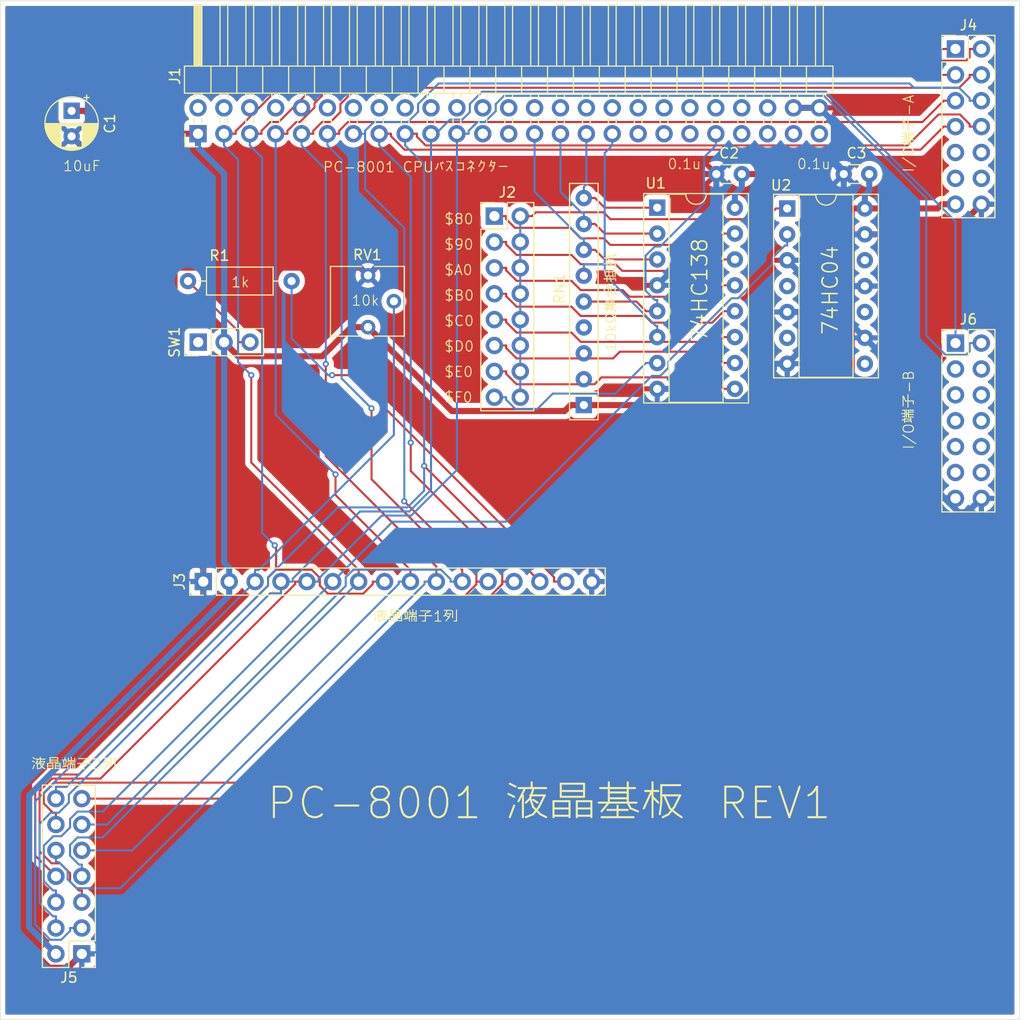
<source format=kicad_pcb>
(kicad_pcb (version 20221018) (generator pcbnew)
  (layers (0 "F.Cu" signal) (31 "B.Cu" signal) (34 "B.Paste" user) (35 "F.Paste" user) (36 "B.SilkS" user "B.Silkscreen") (37 "F.SilkS" user "F.Silkscreen") (38 "B.Mask" user) (39 "F.Mask" user) (44 "Edge.Cuts" user))
  (net 0 "")
  (net 1 "VCC")
  (net 2 "GND")
  (net 4 "/D0")
  (net 6 "/D1")
  (net 7 "/~{ROMDS0}")
  (net 8 "/D2")
  (net 9 "/~{ROMDS1}")
  (net 10 "/D3")
  (net 11 "/~{ROMDS2}")
  (net 12 "/D4")
  (net 13 "/~{ROMDS3}")
  (net 14 "/D5")
  (net 15 "/~{INT}")
  (net 16 "/D6")
  (net 17 "/~{NMI}")
  (net 18 "/D7")
  (net 19 "/~{EXTON}")
  (net 20 "/A0")
  (net 21 "/A8")
  (net 22 "/A1")
  (net 23 "/A9")
  (net 24 "/A2")
  (net 25 "/A10")
  (net 26 "/A3")
  (net 27 "/A11")
  (net 28 "/A4")
  (net 29 "/A12")
  (net 30 "/A5")
  (net 31 "/A13")
  (net 32 "/A6")
  (net 33 "/A14")
  (net 34 "/A7")
  (net 35 "/A15")
  (net 36 "/~{RD}")
  (net 37 "/~{RESET}")
  (net 38 "/~{WR}")
  (net 39 "/~{WAIT}")
  (net 40 "/~{MREQ}")
  (net 41 "/~{WE}")
  (net 42 "/~{IOREQ}")
  (net 43 "/~{MUX}")
  (net 44 "/~{RFSH}")
  (net 45 "/~{RAS0}")
  (net 46 "/~{M1}")
  (net 47 "/~{RAS1}")
  (net 48 "/SCLOCK")
  (net 49 "/CLK")
  (net 50 "/$80")
  (net 51 "/~{LCDSEL}")
  (net 52 "/$90")
  (net 53 "/$A0")
  (net 54 "/$B0")
  (net 55 "/$C0")
  (net 56 "/$D0")
  (net 57 "/$E0")
  (net 58 "/VEE")
  (net 59 "/LCDSEL")
  (net 60 "Net-(J3-Pin_15)")
  (net 61 "Net-(SW1-C)")
  (footprint "Resistor_THT:R_Array_SIP9" (layer "F.Cu") (at 157.25 89.675 90)
    (fp_text reference "RN1")
    (fp_text value "10k")
  )
  (footprint "Connector_PinHeader_2.54mm:PinHeader_1x03_P2.54mm_Vertical" (layer "F.Cu") (at 119.42 83.5 90)
    (fp_text reference "SW1")
    (fp_text value "LCD LIGHT SW")
  )
  (footprint "Capacitor_THT:C_Disc_D3.0mm_W1.6mm_P2.50mm" (layer "F.Cu") (at 182.75 67)
    (fp_text reference "C3")
    (fp_text value "0.1u")
  )
  (footprint "Potentiometer_THT:Potentiometer_Vishay_T73YP_Vertical" (layer "F.Cu") (at 136.075 82.025)
    (fp_text reference "RV1")
    (fp_text value "10k")
  )
  (footprint "Resistor_THT:R_Axial_DIN0207_L6.3mm_D2.5mm_P10.16mm_Horizontal" (layer "F.Cu") (at 118.42 77.5)
    (fp_text reference "R1")
    (fp_text value "1k")
  )
  (footprint "Capacitor_THT:C_Disc_D3.0mm_W1.6mm_P2.50mm" (layer "F.Cu") (at 170.25 67)
    (fp_text reference "C2")
    (fp_text value "0.1u")
  )
  (footprint "Capacitor_THT:CP_Radial_D5.0mm_P2.50mm" (layer "F.Cu") (at 107 60.7949 -90)
    (fp_text reference "C1")
    (fp_text value "10u")
  )
  (footprint "Connector_PinHeader_2.54mm:PinHeader_2x07_P2.54mm_Vertical" (layer "F.Cu") (at 193.71 54.72)
    (fp_text reference "J4")
    (fp_text value "外部I/O端子-1")
  )
  (footprint "Connector_PinHeader_2.54mm:PinHeader_2x08_P2.54mm_Vertical" (layer "F.Cu") (at 148.475 71.125)
    (fp_text reference "J2")
    (fp_text value "I/O ADDR JP")
  )
  (footprint "Package_DIP:DIP-16_W7.62mm_Socket" (layer "F.Cu") (at 164.45 70.3)
    (fp_text reference "U1")
    (fp_text value "74HC138")
  )
  (footprint "Connector_PinHeader_2.54mm:PinHeader_1x16_P2.54mm_Vertical" (layer "F.Cu") (at 119.92 107 90)
    (fp_text reference "J3")
    (fp_text value "LCD_1列端子")
  )
  (footprint "Connector_PinHeader_2.54mm:PinHeader_2x25_P2.54mm_Horizontal" (layer "F.Cu") (at 119.4 63.04 90)
    (fp_text reference "J1")
    (fp_text value "PC-8001 ext BUS")
  )
  (footprint "Connector_PinHeader_2.54mm:PinHeader_2x07_P2.54mm_Vertical" (layer "F.Cu") (at 193.71 83.59)
    (fp_text reference "J6")
    (fp_text value "外部I/O端子-2")
  )
  (footprint "Package_DIP:DIP-14_W7.62mm_Socket" (layer "F.Cu") (at 177.2 70.375)
    (fp_text reference "U2")
    (fp_text value "74HC04")
  )
  (footprint "Connector_PinHeader_2.54mm:PinHeader_2x07_P2.54mm_Vertical" (layer "F.Cu") (at 108 143.54 180)
    (fp_text reference "J5")
    (fp_text value "LCD-2列端子")
  )
  (gr_rect (start 100 50) (end 200 150) (stroke (width 0.05)) (fill none) (layer "Edge.Cuts"))
  (gr_text "I/O端子-A" (at 189.7 66.9 90) (layer "F.SilkS") (effects (font (size 1 1) (thickness 0.1)) (justify left bottom)))
  (gr_text "$E0" (at 143.5 87) (layer "F.SilkS") (effects (font (size 1 1) (thickness 0.1)) (justify left bottom)))
  (gr_text "10uF" (at 106.1 66.8) (layer "F.SilkS") (effects (font (size 1 1) (thickness 0.1)) (justify left bottom)))
  (gr_text "$A0" (at 143.5 77) (layer "F.SilkS") (effects (font (size 1 1) (thickness 0.1)) (justify left bottom)))
  (gr_text "$B0" (at 143.5 79.5) (layer "F.SilkS") (effects (font (size 1 1) (thickness 0.1)) (justify left bottom)))
  (gr_text "液晶端子1列" (at 136.5 111) (layer "F.SilkS") (effects (font (size 1 1) (thickness 0.1)) (justify left bottom)))
  (gr_text "$D0" (at 143.5 84.5) (layer "F.SilkS") (effects (font (size 1 1) (thickness 0.1)) (justify left bottom)))
  (gr_text "10kΩ集合抵抗" (at 160.5 84.5 90) (layer "F.SilkS") (effects (font (size 1 1) (thickness 0.1)) (justify left bottom)))
  (gr_text "0.1u" (at 178.1 66.6) (layer "F.SilkS") (effects (font (size 1 1) (thickness 0.1)) (justify left bottom)))
  (gr_text "$C0" (at 143.5 82) (layer "F.SilkS") (effects (font (size 1 1) (thickness 0.1)) (justify left bottom)))
  (gr_text "PC-8001 CPUバスコネクター" (at 131.6 66.9) (layer "F.SilkS") (effects (font (size 1 1) (thickness 0.1)) (justify left bottom)))
  (gr_text "0.1u" (at 165.4 66.6) (layer "F.SilkS") (effects (font (size 1 1) (thickness 0.1)) (justify left bottom)))
  (gr_text "$F0" (at 143.5 89.5) (layer "F.SilkS") (effects (font (size 1 1) (thickness 0.1)) (justify left bottom)))
  (gr_text "10k" (at 134.4 80) (layer "F.SilkS") (effects (font (size 1 1) (thickness 0.1)) (justify left bottom)))
  (gr_text "74HC04" (at 182.3 82.9 90) (layer "F.SilkS") (effects (font (size 1.5 1.5)) (justify left bottom)))
  (gr_text "1k" (at 122.6 78.2) (layer "F.SilkS") (effects (font (size 1 1) (thickness 0.1)) (justify left bottom)))
  (gr_text "液晶端子2列" (at 103 125.5) (layer "F.SilkS") (effects (font (size 1 1) (thickness 0.1)) (justify left bottom)))
  (gr_text "$80" (at 143.5 72) (layer "F.SilkS") (effects (font (size 1 1) (thickness 0.1)) (justify left bottom)))
  (gr_text "$90" (at 143.5 74.5) (layer "F.SilkS") (effects (font (size 1 1) (thickness 0.1)) (justify left bottom)))
  (gr_text "PC-8001 液晶基板　REV1" (at 126 130.5) (layer "F.SilkS") (effects (font (size 3 3) (thickness 0.2)) (justify left bottom)))
  (gr_text "I/O端子-B" (at 189.7 94.1 90) (layer "F.SilkS") (effects (font (size 1 1) (thickness 0.1)) (justify left bottom)))
  (gr_text "74HC138" (at 169.5 83.6 90) (layer "F.SilkS") (effects (font (size 1.5 1.5)) (justify left bottom)))
  (segment (start 157.25 89.675) (end 158.5501 89.675) (width 0.6) (layer "F.Cu") (net 1))
  (segment (start 180.1449 67) (end 172.75 67) (width 0.6) (layer "F.Cu") (net 1))
  (segment (start 157.25 89.675) (end 155.9499 89.675) (width 0.6) (layer "F.Cu") (net 1))
  (segment (start 192.3599 98.83) (end 192.3599 98.515) (width 0.6) (layer "F.Cu") (net 1))
  (segment (start 131.564 84.8864) (end 123.3464 84.8864) (width 0.6) (layer "F.Cu") (net 1))
  (segment (start 183.5199 70.375) (end 180.1449 67) (width 0.6) (layer "F.Cu") (net 1))
  (segment (start 107 60.7949) (end 108.3001 60.7949) (width 0.6) (layer "F.Cu") (net 1))
  (segment (start 134.4254 82.025) (end 131.564 84.8864) (width 0.6) (layer "F.Cu") (net 1))
  (segment (start 184.82 70.375) (end 183.5199 70.375) (width 0.6) (layer "F.Cu") (net 1))
  (segment (start 183.5199 89.675) (end 158.5501 89.675) (width 0.6) (layer "F.Cu") (net 1))
  (segment (start 136.075 82.025) (end 144.3083 90.2583) (width 0.6) (layer "F.Cu") (net 1))
  (segment (start 110.5452 63.04) (end 108.3001 60.7949) (width 0.6) (layer "F.Cu") (net 1))
  (segment (start 136.075 82.025) (end 134.4254 82.025) (width 0.6) (layer "F.Cu") (net 1))
  (segment (start 119.4 63.04) (end 110.5452 63.04) (width 0.6) (layer "F.Cu") (net 1))
  (segment (start 155.3666 90.2583) (end 155.9499 89.675) (width 0.6) (layer "F.Cu") (net 1))
  (segment (start 191.9449 70.375) (end 184.82 70.375) (width 0.6) (layer "F.Cu") (net 1))
  (segment (start 144.3083 90.2583) (end 155.3666 90.2583) (width 0.6) (layer "F.Cu") (net 1))
  (segment (start 183.5199 89.675) (end 183.5199 70.375) (width 0.6) (layer "F.Cu") (net 1))
  (segment (start 193.71 98.83) (end 192.3599 98.83) (width 0.6) (layer "F.Cu") (net 1))
  (segment (start 193.71 69.96) (end 192.3599 69.96) (width 0.6) (layer "F.Cu") (net 1))
  (segment (start 123.3464 84.8864) (end 121.96 83.5) (width 0.6) (layer "F.Cu") (net 1))
  (segment (start 192.3599 69.96) (end 191.9449 70.375) (width 0.6) (layer "F.Cu") (net 1))
  (segment (start 192.3599 98.515) (end 183.5199 89.675) (width 0.6) (layer "F.Cu") (net 1))
  (segment (start 102.8244 127.9857) (end 102.8244 140.9044) (width 0.6) (layer "B.Cu") (net 1))
  (segment (start 122.46 108.3501) (end 102.8244 127.9857) (width 0.6) (layer "B.Cu") (net 1))
  (segment (start 102.8244 140.9044) (end 105.46 143.54) (width 0.6) (layer "B.Cu") (net 1))
  (segment (start 148.475 88.905) (end 149.6251 88.905) (width 0.2) (layer "B.Cu") (net 1))
  (segment (start 154.2007 88.5465) (end 152.6577 90.0895) (width 0.2) (layer "B.Cu") (net 1))
  (segment (start 160.3434 88.5465) (end 154.2007 88.5465) (width 0.2) (layer "B.Cu") (net 1))
  (segment (start 172.75 68.3199) (end 172.75 67) (width 0.6) (layer "B.Cu") (net 1))
  (segment (start 121.96 105.1499) (end 122.46 105.6499) (width 0.6) (layer "B.Cu") (net 1))
  (segment (start 152.6577 90.0895) (end 150.5713 90.0895) (width 0.2) (layer "B.Cu") (net 1))
  (segment (start 121.96 83.5) (end 121.96 105.1499) (width 0.6) (layer "B.Cu") (net 1))
  (segment (start 185.25 68.6449) (end 185.25 67) (width 0.6) (layer "B.Cu") (net 1))
  (segment (start 149.6251 89.1433) (end 149.6251 88.905) (width 0.2) (layer "B.Cu") (net 1))
  (segment (start 119.4 64.3901) (end 121.96 66.9501) (width 0.6) (layer "B.Cu") (net 1))
  (segment (start 184.82 70.375) (end 184.82 69.0749) (width 0.6) (layer "B.Cu") (net 1))
  (segment (start 150.5713 90.0895) (end 149.6251 89.1433) (width 0.2) (layer "B.Cu") (net 1))
  (segment (start 172.07 68.9999) (end 172.75 68.3199) (width 0.6) (layer "B.Cu") (net 1))
  (segment (start 172.07 70.3) (end 172.07 68.9999) (width 0.6) (layer "B.Cu") (net 1))
  (segment (start 119.4 63.04) (end 119.4 64.3901) (width 0.6) (layer "B.Cu") (net 1))
  (segment (start 122.46 106.6879) (end 122.46 105.6499) (width 0.6) (layer "B.Cu") (net 1))
  (segment (start 122.46 107) (end 122.46 108.3501) (width 0.6) (layer "B.Cu") (net 1))
  (segment (start 121.96 66.9501) (end 121.96 83.5) (width 0.6) (layer "B.Cu") (net 1))
  (segment (start 122.46 106.6879) (end 122.46 107) (width 0.6) (layer "B.Cu") (net 1))
  (segment (start 184.82 69.0749) (end 185.25 68.6449) (width 0.6) (layer "B.Cu") (net 1))
  (segment (start 163.3499 85.54) (end 160.3434 88.5465) (width 0.2) (layer "B.Cu") (net 1))
  (segment (start 164.45 85.54) (end 163.3499 85.54) (width 0.2) (layer "B.Cu") (net 1))
  (segment (start 102.8316 142.9335) (end 104.8061 144.908) (width 0.6) (layer "F.Cu") (net 2))
  (segment (start 106.632 144.908) (end 108 143.54) (width 0.6) (layer "F.Cu") (net 2))
  (segment (start 136.075 76.945) (end 146.02 67) (width 0.6) (layer "F.Cu") (net 2))
  (segment (start 102.8316 125.4385) (end 102.8316 142.9335) (width 0.6) (layer "F.Cu") (net 2))
  (segment (start 119.92 108.3501) (end 102.8316 125.4385) (width 0.6) (layer "F.Cu") (net 2))
  (segment (start 136.075 76.945) (end 135.3123 76.1823) (width 0.6) (layer "F.Cu") (net 2))
  (segment (start 184.82 72.915) (end 193.295 72.915) (width 0.6) (layer "F.Cu") (net 2))
  (segment (start 117.0937 73.3886) (end 107 63.2949) (width 0.6) (layer "F.Cu") (net 2))
  (segment (start 135.3123 76.1823) (end 117.0937 76.1823) (width 0.6) (layer "F.Cu") (net 2))
  (segment (start 117.0937 76.1823) (end 117.0937 73.3886) (width 0.6) (layer "F.Cu") (net 2))
  (segment (start 146.02 67) (end 170.25 67) (width 0.6) (layer "F.Cu") (net 2))
  (segment (start 119.92 107) (end 119.92 108.3501) (width 0.6) (layer "F.Cu") (net 2))
  (segment (start 117.0937 102.8236) (end 117.0937 76.1823) (width 0.6) (layer "F.Cu") (net 2))
  (segment (start 104.8061 144.908) (end 106.632 144.908) (width 0.6) (layer "F.Cu") (net 2))
  (segment (start 119.92 105.6499) (end 117.0937 102.8236) (width 0.6) (layer "F.Cu") (net 2))
  (segment (start 193.295 72.915) (end 196.25 69.96) (width 0.6) (layer "F.Cu") (net 2))
  (segment (start 119.92 107) (end 119.92 105.6499) (width 0.6) (layer "F.Cu") (net 2))
  (segment (start 177.82 60.5) (end 180.36 60.5) (width 0.6) (layer "F.Cu") (net 2))
  (segment (start 178.5001 80.535) (end 178.5001 84.3149) (width 0.6) (layer "B.Cu") (net 2))
  (segment (start 181.7791 61.9191) (end 181.7791 65.6944) (width 0.6) (layer "B.Cu") (net 2))
  (segment (start 182.75 72.1451) (end 183.5199 72.915) (width 0.6) (layer "B.Cu") (net 2))
  (segment (start 175.8999 86.1025) (end 172.6222 89.3802) (width 0.6) (layer "B.Cu") (net 2))
  (segment (start 167.0503 89.3802) (end 165.7501 88.08) (width 0.6) (layer "B.Cu") (net 2))
  (segment (start 194.0096 100.1877) (end 194.8923 100.1877) (width 0.6) (layer "B.Cu") (net 2))
  (segment (start 182.75 66.6653) (end 182.75 67) (width 0.6) (layer "B.Cu") (net 2))
  (segment (start 177.2 80.535) (end 178.5001 80.535) (width 0.6) (layer "B.Cu") (net 2))
  (segment (start 178.5606 76.8156) (end 177.2 75.455) (width 0.6) (layer "B.Cu") (net 2))
  (segment (start 179.1503 79.8848) (end 179.1503 79.8849) (width 0.6) (layer "B.Cu") (net 2))
  (segment (start 182.75 67) (end 182.75 72.1451) (width 0.6) (layer "B.Cu") (net 2))
  (segment (start 181.7791 65.6944) (end 171.5556 65.6944) (width 0.6) (layer "B.Cu") (net 2))
  (segment (start 183.5199 77.995) (end 183.5199 79.8849) (width 0.6) (layer "B.Cu") (net 2))
  (segment (start 179.1503 79.8848) (end 178.5606 79.2952) (width 0.6) (layer "B.Cu") (net 2))
  (segment (start 179.1503 79.8849) (end 183.5199 79.8849) (width 0.6) (layer "B.Cu") (net 2))
  (segment (start 190.9899 89.2449) (end 190.9899 97.168) (width 0.6) (layer "B.Cu") (net 2))
  (segment (start 180.36 60.5) (end 181.7791 61.9191) (width 0.6) (layer "B.Cu") (net 2))
  (segment (start 184.82 83.075) (end 190.9899 89.2449) (width 0.6) (layer "B.Cu") (net 2))
  (segment (start 167.0503 96.6196) (end 167.0503 89.3802) (width 0.6) (layer "B.Cu") (net 2))
  (segment (start 170.25 72.12) (end 164.45 77.92) (width 0.6) (layer "B.Cu") (net 2))
  (segment (start 183.5199 81.7749) (end 184.82 83.075) (width 0.6) (layer "B.Cu") (net 2))
  (segment (start 164.45 88.08) (end 165.7501 88.08) (width 0.6) (layer "B.Cu") (net 2))
  (segment (start 181.7791 65.6944) (end 182.75 66.6653) (width 0.6) (layer "B.Cu") (net 2))
  (segment (start 177.2 85.615) (end 175.8999 85.615) (width 0.6) (layer "B.Cu") (net 2))
  (segment (start 184.82 72.915) (end 183.5199 72.915) (width 0.6) (layer "B.Cu") (net 2))
  (segment (start 170.25 67) (end 170.25 72.12) (width 0.6) (layer "B.Cu") (net 2))
  (segment (start 178.5606 79.2952) (end 178.5606 76.8156) (width 0.6) (layer "B.Cu") (net 2))
  (segment (start 194.8923 100.1877) (end 196.25 98.83) (width 0.6) (layer "B.Cu") (net 2))
  (segment (start 158.02 107) (end 158.02 105.6499) (width 0.6) (layer "B.Cu") (net 2))
  (segment (start 179.1503 79.8848) (end 178.5001 80.535) (width 0.6) (layer "B.Cu") (net 2))
  (segment (start 175.8999 85.615) (end 175.8999 86.1025) (width 0.6) (layer "B.Cu") (net 2))
  (segment (start 158.02 105.6499) (end 167.0503 96.6196) (width 0.6) (layer "B.Cu") (net 2))
  (segment (start 184.82 77.995) (end 183.5199 77.995) (width 0.6) (layer "B.Cu") (net 2))
  (segment (start 171.5556 65.6944) (end 170.25 67) (width 0.6) (layer "B.Cu") (net 2))
  (segment (start 172.6222 89.3802) (end 167.0503 89.3802) (width 0.6) (layer "B.Cu") (net 2))
  (segment (start 190.9899 97.168) (end 194.0096 100.1877) (width 0.6) (layer "B.Cu") (net 2))
  (segment (start 183.5199 72.915) (end 183.5199 77.995) (width 0.6) (layer "B.Cu") (net 2))
  (segment (start 183.5199 79.8849) (end 183.5199 81.7749) (width 0.6) (layer "B.Cu") (net 2))
  (segment (start 178.5001 84.3149) (end 177.2 85.615) (width 0.6) (layer "B.Cu") (net 2))
  (segment (start 121.94 63.04) (end 123.0901 63.04) (width 0.2) (layer "F.Cu") (net 4))
  (segment (start 123.0901 63.04) (end 123.0901 62.794) (width 0.2) (layer "F.Cu") (net 4))
  (segment (start 124.6233 95.3132) (end 124.6233 86.7373) (width 0.2) (layer "F.Cu") (net 4))
  (segment (start 123.0901 62.794) (end 131.1641 54.72) (width 0.2) (layer "F.Cu") (net 4))
  (segment (start 131.1641 54.72) (end 193.71 54.72) (width 0.2) (layer "F.Cu") (net 4))
  (segment (start 135.16 105.8499) (end 124.6233 95.3132) (width 0.2) (layer "F.Cu") (net 4))
  (segment (start 135.16 107) (end 135.16 105.8499) (width 0.2) (layer "F.Cu") (net 4))
  (via (at 124.6233 86.7373) (size 0.6) (drill 0.3) (layers "F.Cu" "B.Cu") (net 4))
  (segment (start 121.94 63.04) (end 121.94 64.1901) (width 0.2) (layer "B.Cu") (net 4))
  (segment (start 106.8498 132.8418) (end 107.5816 132.11) (width 0.2) (layer "B.Cu") (net 4))
  (segment (start 110.05 132.11) (end 135.16 107) (width 0.2) (layer "B.Cu") (net 4))
  (segment (start 124.6233 86.7373) (end 123.3298 85.4438) (width 0.2) (layer "B.Cu") (net 4))
  (segment (start 108 135.92) (end 108 134.7699) (width 0.2) (layer "B.Cu") (net 4))
  (segment (start 108 134.7699) (end 107.7125 134.7699) (width 0.2) (layer "B.Cu") (net 4))
  (segment (start 123.3298 65.5799) (end 121.94 64.1901) (width 0.2) (layer "B.Cu") (net 4))
  (segment (start 106.8498 133.9072) (end 106.8498 132.8418) (width 0.2) (layer "B.Cu") (net 4))
  (segment (start 123.3298 85.4438) (end 123.3298 65.5799) (width 0.2) (layer "B.Cu") (net 4))
  (segment (start 107.5816 132.11) (end 110.05 132.11) (width 0.2) (layer "B.Cu") (net 4))
  (segment (start 107.7125 134.7699) (end 106.8498 133.9072) (width 0.2) (layer "B.Cu") (net 4))
  (segment (start 107.7322 125.9319) (end 126.27 107.3941) (width 0.2) (layer "F.Cu") (net 6))
  (segment (start 104.9119 125.9319) (end 107.7322 125.9319) (width 0.2) (layer "F.Cu") (net 6))
  (segment (start 126.9257 103.4482) (end 127.0594 103.5819) (width 0.2) (layer "F.Cu") (net 6))
  (segment (start 103.4318 133.8918) (end 103.4318 127.412) (width 0.2) (layer "F.Cu") (net 6))
  (segment (start 132.136 108.183) (end 135.6052 108.183) (width 0.2) (layer "F.Cu") (net 6))
  (segment (start 135.6052 108.183) (end 136.5499 107.2383) (width 0.2) (layer "F.Cu") (net 6))
  (segment (start 131.35 106.6295) (end 131.35 107.397) (width 0.2) (layer "F.Cu") (net 6))
  (segment (start 103.4318 127.412) (end 104.9119 125.9319) (width 0.2) (layer "F.Cu") (net 6))
  (segment (start 105.46 135.92) (end 103.4318 133.8918) (width 0.2) (layer "F.Cu") (net 6))
  (segment (start 196.25 54.72) (end 195.0999 54.72) (width 0.2) (layer "F.Cu") (net 6))
  (segment (start 136.5499 107.2383) (end 136.5499 107) (width 0.2) (layer "F.Cu") (net 6))
  (segment (start 126.27 107.3941) (end 126.27 106.6219) (width 0.2) (layer "F.Cu") (net 6))
  (segment (start 133.3382 55.8702) (end 194.763 55.8702) (width 0.2) (layer "F.Cu") (net 6))
  (segment (start 124.48 63.04) (end 125.6301 63.04) (width 0.2) (layer "F.Cu") (net 6))
  (segment (start 125.6301 62.7524) (end 126.4926 61.8899) (width 0.2) (layer "F.Cu") (net 6))
  (segment (start 127.0594 103.5819) (end 127.0594 105.8325) (width 0.2) (layer "F.Cu") (net 6))
  (segment (start 195.0999 55.5333) (end 195.0999 54.72) (width 0.2) (layer "F.Cu") (net 6))
  (segment (start 194.763 55.8702) (end 195.0999 55.5333) (width 0.2) (layer "F.Cu") (net 6))
  (segment (start 125.6301 63.04) (end 125.6301 62.7524) (width 0.2) (layer "F.Cu") (net 6))
  (segment (start 126.4926 61.8899) (end 127.3185 61.8899) (width 0.2) (layer "F.Cu") (net 6))
  (segment (start 126.27 106.6219) (end 127.0594 105.8325) (width 0.2) (layer "F.Cu") (net 6))
  (segment (start 127.3185 61.8899) (end 133.3382 55.8702) (width 0.2) (layer "F.Cu") (net 6))
  (segment (start 131.35 107.397) (end 132.136 108.183) (width 0.2) (layer "F.Cu") (net 6))
  (segment (start 130.553 105.8325) (end 131.35 106.6295) (width 0.2) (layer "F.Cu") (net 6))
  (segment (start 127.0594 105.8325) (end 130.553 105.8325) (width 0.2) (layer "F.Cu") (net 6))
  (segment (start 137.7 107) (end 136.5499 107) (width 0.2) (layer "F.Cu") (net 6))
  (via (at 126.9257 103.4482) (size 0.6) (drill 0.3) (layers "F.Cu" "B.Cu") (net 6))
  (segment (start 124.48 63.04) (end 124.48 64.1901) (width 0.2) (layer "B.Cu") (net 6))
  (segment (start 125.689 65.3991) (end 125.689 102.2115) (width 0.2) (layer "B.Cu") (net 6))
  (segment (start 124.48 64.1901) (end 125.689 65.3991) (width 0.2) (layer "B.Cu") (net 6))
  (segment (start 125.689 102.2115) (end 126.9257 103.4482) (width 0.2) (layer "B.Cu") (net 6))
  (segment (start 130.83 60.0441) (end 133.6141 57.26) (width 0.2) (layer "F.Cu") (net 8))
  (segment (start 140.24 107) (end 140.24 105.8499) (width 0.2) (layer "F.Cu") (net 8))
  (segment (start 130.83 60.4609) (end 130.83 60.0441) (width 0.2) (layer "F.Cu") (net 8))
  (segment (start 129.401 61.8899) (end 130.83 60.4609) (width 0.2) (layer "F.Cu") (net 8))
  (segment (start 128.1701 62.7524) (end 129.0326 61.8899) (width 0.2) (layer "F.Cu") (net 8))
  (segment (start 128.1701 63.04) (end 128.1701 62.7524) (width 0.2) (layer "F.Cu") (net 8))
  (segment (start 129.0326 61.8899) (end 129.401 61.8899) (width 0.2) (layer "F.Cu") (net 8))
  (segment (start 132.8892 98.4991) (end 140.24 105.8499) (width 0.2) (layer "F.Cu") (net 8))
  (segment (start 127.02 63.04) (end 128.1701 63.04) (width 0.2) (layer "F.Cu") (net 8))
  (segment (start 132.8892 96.4811) (end 132.8892 98.4991) (width 0.2) (layer "F.Cu") (net 8))
  (segment (start 133.6141 57.26) (end 193.71 57.26) (width 0.2) (layer "F.Cu") (net 8))
  (via (at 132.8892 96.4811) (size 0.6) (drill 0.3) (layers "F.Cu" "B.Cu") (net 8))
  (segment (start 108 133.38) (end 112.9482 133.38) (width 0.2) (layer "B.Cu") (net 8))
  (segment (start 112.9482 133.38) (end 139.0899 107.2383) (width 0.2) (layer "B.Cu") (net 8))
  (segment (start 127.02 90.6119) (end 132.8892 96.4811) (width 0.2) (layer "B.Cu") (net 8))
  (segment (start 139.0899 107.2383) (end 139.0899 107) (width 0.2) (layer "B.Cu") (net 8))
  (segment (start 140.24 107) (end 139.0899 107) (width 0.2) (layer "B.Cu") (net 8))
  (segment (start 127.02 63.04) (end 127.02 90.6119) (width 0.2) (layer "B.Cu") (net 8))
  (segment (start 194.0682 58.53) (end 195.0999 57.4983) (width 0.2) (layer "F.Cu") (net 10))
  (segment (start 131.9362 94.6795) (end 131.9362 85.6457) (width 0.2) (layer "F.Cu") (net 10))
  (segment (start 131.5726 61.8899) (end 132.3985 61.8899) (width 0.2) (layer "F.Cu") (net 10))
  (segment (start 142.78 107) (end 142.78 105.8499) (width 0.2) (layer "F.Cu") (net 10))
  (segment (start 196.25 57.26) (end 195.0999 57.26) (width 0.2) (layer "F.Cu") (net 10))
  (segment (start 133.37 60.134) (end 134.974 58.53) (width 0.2) (layer "F.Cu") (net 10))
  (segment (start 142.78 105.8499) (end 142.78 105.5233) (width 0.2) (layer "F.Cu") (net 10))
  (segment (start 142.78 105.5233) (end 131.9362 94.6795) (width 0.2) (layer "F.Cu") (net 10))
  (segment (start 132.3985 61.8899) (end 133.37 60.9184) (width 0.2) (layer "F.Cu") (net 10))
  (segment (start 129.56 63.04) (end 130.7101 63.04) (width 0.2) (layer "F.Cu") (net 10))
  (segment (start 195.0999 57.4983) (end 195.0999 57.26) (width 0.2) (layer "F.Cu") (net 10))
  (segment (start 130.7101 62.7524) (end 131.5726 61.8899) (width 0.2) (layer "F.Cu") (net 10))
  (segment (start 130.7101 63.04) (end 130.7101 62.7524) (width 0.2) (layer "F.Cu") (net 10))
  (segment (start 133.37 60.9184) (end 133.37 60.134) (width 0.2) (layer "F.Cu") (net 10))
  (segment (start 134.974 58.53) (end 194.0682 58.53) (width 0.2) (layer "F.Cu") (net 10))
  (via (at 131.9362 85.6457) (size 0.6) (drill 0.3) (layers "F.Cu" "B.Cu") (net 10))
  (segment (start 105.46 133.38) (end 105.46 134.5301) (width 0.2) (layer "B.Cu") (net 10))
  (segment (start 105.46 134.5301) (end 105.7476 134.5301) (width 0.2) (layer "B.Cu") (net 10))
  (segment (start 105.7476 134.5301) (end 106.6101 135.3926) (width 0.2) (layer "B.Cu") (net 10))
  (segment (start 142.78 107) (end 141.6299 107) (width 0.2) (layer "B.Cu") (net 10))
  (segment (start 111.7697 137.0985) (end 141.6299 107.2383) (width 0.2) (layer "B.Cu") (net 10))
  (segment (start 129.56 63.04) (end 129.56 64.1901) (width 0.2) (layer "B.Cu") (net 10))
  (segment (start 106.6101 136.2185) (end 107.4901 137.0985) (width 0.2) (layer "B.Cu") (net 10))
  (segment (start 131.9362 85.6457) (end 131.9362 66.5663) (width 0.2) (layer "B.Cu") (net 10))
  (segment (start 131.9362 66.5663) (end 129.56 64.1901) (width 0.2) (layer "B.Cu") (net 10))
  (segment (start 107.4901 137.0985) (end 111.7697 137.0985) (width 0.2) (layer "B.Cu") (net 10))
  (segment (start 106.6101 135.3926) (end 106.6101 136.2185) (width 0.2) (layer "B.Cu") (net 10))
  (segment (start 141.6299 107.2383) (end 141.6299 107) (width 0.2) (layer "B.Cu") (net 10))
  (segment (start 133.2501 63.04) (end 133.2501 62.7524) (width 0.2) (layer "F.Cu") (net 12))
  (segment (start 145.32 105.8499) (end 136.4231 96.953) (width 0.2) (layer "F.Cu") (net 12))
  (segment (start 132.1 63.04) (end 133.2501 63.04) (width 0.2) (layer "F.Cu") (net 12))
  (segment (start 134.1126 61.8899) (end 190.47 61.8899) (width 0.2) (layer "F.Cu") (net 12))
  (segment (start 133.2501 62.7524) (end 134.1126 61.8899) (width 0.2) (layer "F.Cu") (net 12))
  (segment (start 136.4231 96.953) (end 136.4231 90.0001) (width 0.2) (layer "F.Cu") (net 12))
  (segment (start 145.32 107) (end 145.32 105.8499) (width 0.2) (layer "F.Cu") (net 12))
  (segment (start 193.71 59.8) (end 192.5599 59.8) (width 0.2) (layer "F.Cu") (net 12))
  (segment (start 190.47 61.8899) (end 192.5599 59.8) (width 0.2) (layer "F.Cu") (net 12))
  (via (at 136.4231 90.0001) (size 0.6) (drill 0.3) (layers "F.Cu" "B.Cu") (net 12))
  (segment (start 133.4898 87.0668) (end 133.4898 65.5799) (width 0.2) (layer "B.Cu") (net 12))
  (segment (start 136.4231 90.0001) (end 133.4898 87.0668) (width 0.2) (layer "B.Cu") (net 12))
  (segment (start 144.1699 107) (end 144.1699 106.7617) (width 0.2) (layer "B.Cu") (net 12))
  (segment (start 133.89 106.5769) (end 133.89 107.4201) (width 0.2) (layer "B.Cu") (net 12))
  (segment (start 133.4898 65.5799) (end 132.1 64.1901) (width 0.2) (layer "B.Cu") (net 12))
  (segment (start 110.4701 130.84) (end 108 130.84) (width 0.2) (layer "B.Cu") (net 12))
  (segment (start 143.2322 105.824) (end 134.6429 105.824) (width 0.2) (layer "B.Cu") (net 12))
  (segment (start 134.6429 105.824) (end 133.89 106.5769) (width 0.2) (layer "B.Cu") (net 12))
  (segment (start 133.89 107.4201) (end 110.4701 130.84) (width 0.2) (layer "B.Cu") (net 12))
  (segment (start 145.32 107) (end 144.1699 107) (width 0.2) (layer "B.Cu") (net 12))
  (segment (start 132.1 63.04) (end 132.1 64.1901) (width 0.2) (layer "B.Cu") (net 12))
  (segment (start 144.1699 106.7617) (end 143.2322 105.824) (width 0.2) (layer "B.Cu") (net 12))
  (segment (start 104.2664 127.7834) (end 104.2664 128.7761) (width 0.2) (layer "F.Cu") (net 14))
  (segment (start 127.2448 126.7322) (end 105.3176 126.7322) (width 0.2) (layer "F.Cu") (net 14))
  (segment (start 147.86 107) (end 146.7099 107) (width 0.2) (layer "F.Cu") (net 14))
  (segment (start 105.46 130.84) (end 105.46 129.6899) (width 0.2) (layer "F.Cu") (net 14))
  (segment (start 146.7099 107.2671) (end 127.2448 126.7322) (width 0.2) (layer "F.Cu") (net 14))
  (segment (start 105.1802 129.6899) (end 105.46 129.6899) (width 0.2) (layer "F.Cu") (net 14))
  (segment (start 146.7099 107) (end 146.7099 106.2) (width 0.2) (layer "F.Cu") (net 14))
  (segment (start 146.7099 106.2) (end 139.6271 99.1172) (width 0.2) (layer "F.Cu") (net 14))
  (segment (start 105.3176 126.7322) (end 104.2664 127.7834) (width 0.2) (layer "F.Cu") (net 14))
  (segment (start 104.2664 128.7761) (end 105.1802 129.6899) (width 0.2) (layer "F.Cu") (net 14))
  (segment (start 146.7099 107) (end 146.7099 107.2671) (width 0.2) (layer "F.Cu") (net 14))
  (via (at 139.6271 99.1172) (size 0.6) (drill 0.3) (layers "F.Cu" "B.Cu") (net 14))
  (segment (start 134.64 63.04) (end 135.7901 63.04) (width 0.2) (layer "B.Cu") (net 14))
  (segment (start 135.7901 63.04) (end 135.7901 68.4457) (width 0.2) (layer "B.Cu") (net 14))
  (segment (start 189.204 58.1085) (end 189.6255 58.53) (width 0.2) (layer "B.Cu") (net 14))
  (segment (start 135.7901 63.04) (end 135.7901 62.7524) (width 0.2) (layer "B.Cu") (net 14))
  (segment (start 135.7901 68.4457) (end 139.6384 72.294) (width 0.2) (layer "B.Cu") (net 14))
  (segment (start 143.0034 58.1085) (end 189.204 58.1085) (width 0.2) (layer "B.Cu") (net 14))
  (segment (start 139.9942 61.8899) (end 140.99 60.8941) (width 0.2) (layer "B.Cu") (net 14))
  (segment (start 139.6384 99.1059) (end 139.6271 99.1172) (width 0.2) (layer "B.Cu") (net 14))
  (segment (start 196.25 59.8) (end 195.0999 59.8) (width 0.2) (layer "B.Cu") (net 14))
  (segment (start 135.7901 62.7524) (end 136.6526 61.8899) (width 0.2) (layer "B.Cu") (net 14))
  (segment (start 194.0682 58.53) (end 195.0999 59.5617) (width 0.2) (layer "B.Cu") (net 14))
  (segment (start 140.99 60.1219) (end 143.0034 58.1085) (width 0.2) (layer "B.Cu") (net 14))
  (segment (start 136.6526 61.8899) (end 139.9942 61.8899) (width 0.2) (layer "B.Cu") (net 14))
  (segment (start 195.0999 59.5617) (end 195.0999 59.8) (width 0.2) (layer "B.Cu") (net 14))
  (segment (start 189.6255 58.53) (end 194.0682 58.53) (width 0.2) (layer "B.Cu") (net 14))
  (segment (start 140.99 60.8941) (end 140.99 60.1219) (width 0.2) (layer "B.Cu") (net 14))
  (segment (start 139.6384 72.294) (end 139.6384 99.1059) (width 0.2) (layer "B.Cu") (net 14))
  (segment (start 140.2713 96.1426) (end 149.2499 105.1212) (width 0.2) (layer "F.Cu") (net 16))
  (segment (start 139.6566 64.6065) (end 190.2934 64.6065) (width 0.2) (layer "F.Cu") (net 16))
  (segment (start 149.2499 107.2383) (end 149.2499 107) (width 0.2) (layer "F.Cu") (net 16))
  (segment (start 138.3301 63.04) (end 138.3301 63.28) (width 0.2) (layer "F.Cu") (net 16))
  (segment (start 137.18 63.04) (end 138.3301 63.04) (width 0.2) (layer "F.Cu") (net 16))
  (segment (start 193.71 62.34) (end 192.5599 62.34) (width 0.2) (layer "F.Cu") (net 16))
  (segment (start 140.2713 93.3614) (end 140.2713 96.1426) (width 0.2) (layer "F.Cu") (net 16))
  (segment (start 150.4 107) (end 149.2499 107) (width 0.2) (layer "F.Cu") (net 16))
  (segment (start 138.3301 63.28) (end 139.6566 64.6065) (width 0.2) (layer "F.Cu") (net 16))
  (segment (start 108 128.3) (end 128.1882 128.3) (width 0.2) (layer "F.Cu") (net 16))
  (segment (start 128.1882 128.3) (end 149.2499 107.2383) (width 0.2) (layer "F.Cu") (net 16))
  (segment (start 190.2934 64.6065) (end 192.5599 62.34) (width 0.2) (layer "F.Cu") (net 16))
  (segment (start 149.2499 105.1212) (end 149.2499 107) (width 0.2) (layer "F.Cu") (net 16))
  (via (at 140.2713 93.3614) (size 0.6) (drill 0.3) (layers "F.Cu" "B.Cu") (net 16))
  (segment (start 137.18 63.04) (end 137.18 64.1901) (width 0.2) (layer "B.Cu") (net 16))
  (segment (start 137.18 64.1901) (end 140.2713 67.2814) (width 0.2) (layer "B.Cu") (net 16))
  (segment (start 140.2713 67.2814) (end 140.2713 93.3614) (width 0.2) (layer "B.Cu") (net 16))
  (segment (start 189.006 64.1902) (end 192.0468 61.1494) (width 0.2) (layer "F.Cu") (net 18))
  (segment (start 195.0999 62.1017) (end 195.0999 62.34) (width 0.2) (layer "F.Cu") (net 18))
  (segment (start 140.8701 63.3275) (end 141.7328 64.1902) (width 0.2) (layer "F.Cu") (net 18))
  (segment (start 194.1476 61.1494) (end 195.0999 62.1017) (width 0.2) (layer "F.Cu") (net 18))
  (segment (start 140.8701 63.04) (end 140.8701 63.3275) (width 0.2) (layer "F.Cu") (net 18))
  (segment (start 141.7328 64.1902) (end 189.006 64.1902) (width 0.2) (layer "F.Cu") (net 18))
  (segment (start 192.0468 61.1494) (end 194.1476 61.1494) (width 0.2) (layer "F.Cu") (net 18))
  (segment (start 152.365 107) (end 152.365 106.4287) (width 0.2) (layer "F.Cu") (net 18))
  (segment (start 152.365 106.4287) (end 141.5873 95.651) (width 0.2) (layer "F.Cu") (net 18))
  (segment (start 139.72 63.04) (end 140.8701 63.04) (width 0.2) (layer "F.Cu") (net 18))
  (segment (start 152.94 107) (end 152.365 107) (width 0.2) (layer "F.Cu") (net 18))
  (segment (start 196.25 62.34) (end 195.0999 62.34) (width 0.2) (layer "F.Cu") (net 18))
  (via (at 141.5873 95.651) (size 0.6) (drill 0.3) (layers "F.Cu" "B.Cu") (net 18))
  (segment (start 133.1237 99.7174) (end 126.27 106.5711) (width 0.2) (layer "B.Cu") (net 18))
  (segment (start 141.5873 95.651) (end 141.5873 98.0714) (width 0.2) (layer "B.Cu") (net 18))
  (segment (start 141.5873 95.651) (end 141.5873 66.0574) (width 0.2) (layer "B.Cu") (net 18))
  (segment (start 106.4952 127.1499) (end 105.46 127.1499) (width 0.2) (layer "B.Cu") (net 18))
  (segment (start 139.72 63.04) (end 139.72 64.1901) (width 0.2) (layer "B.Cu") (net 18))
  (segment (start 126.27 107.3751) (end 106.4952 127.1499) (width 0.2) (layer "B.Cu") (net 18))
  (segment (start 141.5873 66.0574) (end 139.72 64.1901) (width 0.2) (layer "B.Cu") (net 18))
  (segment (start 139.9413 99.7174) (end 133.1237 99.7174) (width 0.2) (layer "B.Cu") (net 18))
  (segment (start 126.27 106.5711) (end 126.27 107.3751) (width 0.2) (layer "B.Cu") (net 18))
  (segment (start 141.5873 98.0714) (end 139.9413 99.7174) (width 0.2) (layer "B.Cu") (net 18))
  (segment (start 105.46 128.3) (end 105.46 127.1499) (width 0.2) (layer "B.Cu") (net 18))
  (segment (start 105.1725 139.8499) (end 103.856 138.5334) (width 0.2) (layer "B.Cu") (net 20))
  (segment (start 140.1298 100.1175) (end 135.2851 100.1175) (width 0.2) (layer "B.Cu") (net 20))
  (segment (start 193.71 71.6459) (end 180.981 58.9169) (width 0.2) (layer "B.Cu") (net 20))
  (segment (start 103.856 130.7781) (end 104.9443 129.6898) (width 0.2) (layer "B.Cu") (net 20))
  (segment (start 127.54 107) (end 127.54 108.1501) (width 0.2) (layer "B.Cu") (net 20))
  (segment (start 106.73 127.8942) (end 126.4741 108.1501) (width 0.2) (layer "B.Cu") (net 20))
  (segment (start 180.981 58.9169) (end 147.2707 58.9169) (width 0.2) (layer "B.Cu") (net 20))
  (segment (start 144.1248 61.6502) (end 142.26 63.515) (width 0.2) (layer "B.Cu") (net 20))
  (segment (start 146.07 60.1176) (end 146.07 60.9184) (width 0.2) (layer "B.Cu") (net 20))
  (segment (start 193.71 83.59) (end 193.71 82.4399) (width 0.2) (layer "B.Cu") (net 20))
  (segment (start 126.4741 108.1501) (end 127.54 108.1501) (width 0.2) (layer "B.Cu") (net 20))
  (segment (start 146.07 60.9184) (end 145.3382 61.6502) (width 0.2) (layer "B.Cu") (net 20))
  (segment (start 147.2707 58.9169) (end 146.07 60.1176) (width 0.2) (layer "B.Cu") (net 20))
  (segment (start 103.856 138.5334) (end 103.856 130.7781) (width 0.2) (layer "B.Cu") (net 20))
  (segment (start 135.2851 100.1175) (end 128.6901 106.7125) (width 0.2) (layer "B.Cu") (net 20))
  (segment (start 104.9443 129.6898) (end 105.7343 129.6898) (width 0.2) (layer "B.Cu") (net 20))
  (segment (start 142.26 97.9873) (end 140.1298 100.1175) (width 0.2) (layer "B.Cu") (net 20))
  (segment (start 105.7343 129.6898) (end 106.73 128.6941) (width 0.2) (layer "B.Cu") (net 20))
  (segment (start 105.46 141) (end 105.46 139.8499) (width 0.2) (layer "B.Cu") (net 20))
  (segment (start 128.6901 106.7125) (end 128.6901 107) (width 0.2) (layer "B.Cu") (net 20))
  (segment (start 127.54 107) (end 128.6901 107) (width 0.2) (layer "B.Cu") (net 20))
  (segment (start 193.71 82.4399) (end 193.71 71.6459) (width 0.2) (layer "B.Cu") (net 20))
  (segment (start 145.3382 61.6502) (end 144.1248 61.6502) (width 0.2) (layer "B.Cu") (net 20))
  (segment (start 142.26 63.04) (end 142.26 63.515) (width 0.2) (layer "B.Cu") (net 20))
  (segment (start 142.26 63.515) (end 142.26 97.9873) (width 0.2) (layer "B.Cu") (net 20))
  (segment (start 106.73 128.6941) (end 106.73 127.8942) (width 0.2) (layer "B.Cu") (net 20))
  (segment (start 105.46 139.8499) (end 105.1725 139.8499) (width 0.2) (layer "B.Cu") (net 20))
  (segment (start 106.8499 136.4474) (end 107.7124 137.3099) (width 0.2) (layer "F.Cu") (net 22))
  (segment (start 103.8588 133.4723) (end 105.0365 134.65) (width 0.2) (layer "F.Cu") (net 22))
  (segment (start 105.0365 134.65) (end 105.8784 134.65) (width 0.2) (layer "F.Cu") (net 22))
  (segment (start 108 138.46) (end 108 137.3099) (width 0.2) (layer "F.Cu") (net 22))
  (segment (start 103.8588 127.5516) (end 103.8588 133.4723) (width 0.2) (layer "F.Cu") (net 22))
  (segment (start 105.0783 126.3321) (end 103.8588 127.5516) (width 0.2) (layer "F.Cu") (net 22))
  (segment (start 109.8361 126.3321) (end 105.0783 126.3321) (width 0.2) (layer "F.Cu") (net 22))
  (segment (start 107.7124 137.3099) (end 108 137.3099) (width 0.2) (layer "F.Cu") (net 22))
  (segment (start 130.08 107) (end 128.9299 107) (width 0.2) (layer "F.Cu") (net 22))
  (segment (start 106.8499 135.6215) (end 106.8499 136.4474) (width 0.2) (layer "F.Cu") (net 22))
  (segment (start 105.8784 134.65) (end 106.8499 135.6215) (width 0.2) (layer "F.Cu") (net 22))
  (segment (start 128.9299 107) (end 128.9299 107.2383) (width 0.2) (layer "F.Cu") (net 22))
  (segment (start 128.9299 107.2383) (end 109.8361 126.3321) (width 0.2) (layer "F.Cu") (net 22))
  (segment (start 130.08 107) (end 131.2301 107) (width 0.2) (layer "B.Cu") (net 22))
  (segment (start 180.8037 59.3171) (end 190.8433 69.3567) (width 0.2) (layer "B.Cu") (net 22))
  (segment (start 137.425 100.5176) (end 131.2301 106.7125) (width 0.2) (layer "B.Cu") (net 22))
  (segment (start 147.5404 61.8899) (end 148.61 60.8203) (width 0.2) (layer "B.Cu") (net 22))
  (segment (start 148.61 60.8203) (end 148.61 60.134) (width 0.2) (layer "B.Cu") (net 22))
  (segment (start 131.2301 106.7125) (end 131.2301 107) (width 0.2) (layer "B.Cu") (net 22))
  (segment (start 148.61 60.134) (end 149.4269 59.3171) (width 0.2) (layer "B.Cu") (net 22))
  (segment (start 195.0999 84.4033) (end 195.0999 83.59) (width 0.2) (layer "B.Cu") (net 22))
  (segment (start 145.9501 62.7524) (end 146.8126 61.8899) (width 0.2) (layer "B.Cu") (net 22))
  (segment (start 140.3191 100.5176) (end 137.425 100.5176) (width 0.2) (layer "B.Cu") (net 22))
  (segment (start 144.8 63.04) (end 144.8 96.0367) (width 0.2) (layer "B.Cu") (net 22))
  (segment (start 144.8 63.04) (end 145.9501 63.04) (width 0.2) (layer "B.Cu") (net 22))
  (segment (start 196.25 83.59) (end 195.0999 83.59) (width 0.2) (layer "B.Cu") (net 22))
  (segment (start 144.8 96.0367) (end 140.3191 100.5176) (width 0.2) (layer "B.Cu") (net 22))
  (segment (start 192.731 84.7402) (end 194.763 84.7402) (width 0.2) (layer "B.Cu") (net 22))
  (segment (start 194.763 84.7402) (end 195.0999 84.4033) (width 0.2) (layer "B.Cu") (net 22))
  (segment (start 190.8433 69.3567) (end 190.8433 82.8525) (width 0.2) (layer "B.Cu") (net 22))
  (segment (start 145.9501 63.04) (end 145.9501 62.7524) (width 0.2) (layer "B.Cu") (net 22))
  (segment (start 146.8126 61.8899) (end 147.5404 61.8899) (width 0.2) (layer "B.Cu") (net 22))
  (segment (start 149.4269 59.3171) (end 180.8037 59.3171) (width 0.2) (layer "B.Cu") (net 22))
  (segment (start 190.8433 82.8525) (end 192.731 84.7402) (width 0.2) (layer "B.Cu") (net 22))
  (segment (start 157.25 74.435) (end 158.3501 74.435) (width 0.2) (layer "F.Cu") (net 28))
  (segment (start 159.2951 75.38) (end 158.3501 74.435) (width 0.2) (layer "F.Cu") (net 28))
  (segment (start 164.45 75.38) (end 159.2951 75.38) (width 0.2) (layer "F.Cu") (net 28))
  (segment (start 157.022 73.3349) (end 157.25 73.3349) (width 0.2) (layer "B.Cu") (net 28))
  (segment (start 152.42 63.04) (end 152.42 68.7329) (width 0.2) (layer "B.Cu") (net 28))
  (segment (start 157.25 74.435) (end 157.25 73.3349) (width 0.2) (layer "B.Cu") (net 28))
  (segment (start 152.42 68.7329) (end 157.022 73.3349) (width 0.2) (layer "B.Cu") (net 28))
  (segment (start 159.2951 72.84) (end 158.3501 71.895) (width 0.2) (layer "F.Cu") (net 30))
  (segment (start 157.25 71.895) (end 158.3501 71.895) (width 0.2) (layer "F.Cu") (net 30))
  (segment (start 164.45 72.84) (end 159.2951 72.84) (width 0.2) (layer "F.Cu") (net 30))
  (segment (start 154.96 68.7329) (end 157.022 70.7949) (width 0.2) (layer "B.Cu") (net 30))
  (segment (start 154.96 63.04) (end 154.96 68.7329) (width 0.2) (layer "B.Cu") (net 30))
  (segment (start 157.25 71.895) (end 157.25 70.7949) (width 0.2) (layer "B.Cu") (net 30))
  (segment (start 157.022 70.7949) (end 157.25 70.7949) (width 0.2) (layer "B.Cu") (net 30))
  (segment (start 157.25 69.355) (end 158.3501 69.355) (width 0.2) (layer "F.Cu") (net 32))
  (segment (start 164.45 70.3) (end 159.2951 70.3) (width 0.2) (layer "F.Cu") (net 32))
  (segment (start 159.2951 70.3) (end 158.3501 69.355) (width 0.2) (layer "F.Cu") (net 32))
  (segment (start 157.5 68.0049) (end 157.25 68.2549) (width 0.2) (layer "B.Cu") (net 32))
  (segment (start 157.25 69.355) (end 157.25 68.2549) (width 0.2) (layer "B.Cu") (net 32))
  (segment (start 157.5 63.04) (end 157.5 68.0049) (width 0.2) (layer "B.Cu") (net 32))
  (segment (start 159.2973 75.8749) (end 159.2973 64.9328) (width 0.2) (layer "B.Cu") (net 34))
  (segment (start 164.45 83) (end 164.45 81.8999) (width 0.2) (layer "B.Cu") (net 34))
  (segment (start 160.04 63.04) (end 160.04 64.1901) (width 0.2) (layer "B.Cu") (net 34))
  (segment (start 164.45 81.8999) (end 164.3125 81.8999) (width 0.2) (layer "B.Cu") (net 34))
  (segment (start 157.25 76.975) (end 157.25 75.8749) (width 0.2) (layer "B.Cu") (net 34))
  (segment (start 159.2973 64.9328) (end 160.04 64.1901) (width 0.2) (layer "B.Cu") (net 34))
  (segment (start 164.3125 81.8999) (end 159.2973 76.8847) (width 0.2) (layer "B.Cu") (net 34))
  (segment (start 159.2973 76.8847) (end 159.2973 75.8749) (width 0.2) (layer "B.Cu") (net 34))
  (segment (start 159.2973 75.8749) (end 157.25 75.8749) (width 0.2) (layer "B.Cu") (net 34))
  (segment (start 162.4049 79.515) (end 158.3501 79.515) (width 0.2) (layer "F.Cu") (net 42))
  (segment (start 164.45 80.46) (end 163.3499 80.46) (width 0.2) (layer "F.Cu") (net 42))
  (segment (start 163.3499 80.46) (end 162.4049 79.515) (width 0.2) (layer "F.Cu") (net 42))
  (segment (start 157.25 79.515) (end 158.3501 79.515) (width 0.2) (layer "F.Cu") (net 42))
  (segment (start 169.0499 69.8052) (end 164.7451 74.11) (width 0.2) (layer "B.Cu") (net 42))
  (segment (start 164.222 79.3599) (end 164.45 79.3599) (width 0.2) (layer "B.Cu") (net 42))
  (segment (start 164.2109 74.11) (end 163.3104 75.0105) (width 0.2) (layer "B.Cu") (net 42))
  (segment (start 164.7451 74.11) (end 164.2109 74.11) (width 0.2) (layer "B.Cu") (net 42))
  (segment (start 170.2 64.1901) (end 169.0499 65.3402) (width 0.2) (layer "B.Cu") (net 42))
  (segment (start 164.45 80.46) (end 164.45 79.3599) (width 0.2) (layer "B.Cu") (net 42))
  (segment (start 163.3104 75.0105) (end 163.3104 78.4483) (width 0.2) (layer "B.Cu") (net 42))
  (segment (start 163.3104 78.4483) (end 164.222 79.3599) (width 0.2) (layer "B.Cu") (net 42))
  (segment (start 170.2 63.04) (end 170.2 64.1901) (width 0.2) (layer "B.Cu") (net 42))
  (segment (start 169.0499 65.3402) (end 169.0499 69.8052) (width 0.2) (layer "B.Cu") (net 42))
  (segment (start 149.6251 71.4126) (end 149.6251 71.125) (width 0.2) (layer "F.Cu") (net 50))
  (segment (start 155.9101 72.2751) (end 150.4876 72.2751) (width 0.2) (layer "F.Cu") (net 50))
  (segment (start 159.8365 73.9473) (end 159.1957 73.3065) (width 0.2) (layer "F.Cu") (net 50))
  (segment (start 169.8626 73.9473) (end 159.8365 73.9473) (width 0.2) (layer "F.Cu") (net 50))
  (segment (start 159.1957 73.3065) (end 156.9415 73.3065) (width 0.2) (layer "F.Cu") (net 50))
  (segment (start 150.4876 72.2751) (end 149.6251 71.4126) (width 0.2) (layer "F.Cu") (net 50))
  (segment (start 156.9415 73.3065) (end 155.9101 72.2751) (width 0.2) (layer "F.Cu") (net 50))
  (segment (start 170.9699 72.84) (end 169.8626 73.9473) (width 0.2) (layer "F.Cu") (net 50))
  (segment (start 148.475 71.125) (end 149.6251 71.125) (width 0.2) (layer "F.Cu") (net 50))
  (segment (start 172.07 72.84) (end 170.9699 72.84) (width 0.2) (layer "F.Cu") (net 50))
  (segment (start 159.1792 70.75) (end 152.5401 70.75) (width 0.2) (layer "F.Cu") (net 51))
  (segment (start 152.5401 70.75) (end 152.1651 71.125) (width 0.2) (layer "F.Cu") (net 51))
  (segment (start 151.015 71.125) (end 152.1651 71.125) (width 0.2) (layer "F.Cu") (net 51))
  (segment (start 177.2 70.375) (end 176.0999 70.375) (width 0.2) (layer "F.Cu") (net 51))
  (segment (start 159.8576 71.4284) (end 159.1792 70.75) (width 0.2) (layer "F.Cu") (net 51))
  (segment (start 175.0465 71.4284) (end 159.8576 71.4284) (width 0.2) (layer "F.Cu") (net 51))
  (segment (start 176.0999 70.375) (end 175.0465 71.4284) (width 0.2) (layer "F.Cu") (net 51))
  (segment (start 151.015 81.285) (end 151.015 78.745) (width 0.2) (layer "B.Cu") (net 51))
  (segment (start 151.015 83.825) (end 151.015 81.285) (width 0.2) (layer "B.Cu") (net 51))
  (segment (start 151.015 88.905) (end 151.015 86.365) (width 0.2) (layer "B.Cu") (net 51))
  (segment (start 151.015 76.205) (end 151.015 78.745) (width 0.2) (layer "B.Cu") (net 51))
  (segment (start 151.015 86.365) (end 151.015 83.825) (width 0.2) (layer "B.Cu") (net 51))
  (segment (start 151.015 73.665) (end 151.015 76.205) (width 0.2) (layer "B.Cu") (net 51))
  (segment (start 151.015 71.125) (end 151.015 73.665) (width 0.2) (layer "B.Cu") (net 51))
  (segment (start 172.07 75.38) (end 170.9699 75.38) (width 0.2) (layer "F.Cu") (net 52))
  (segment (start 161.0116 76.4995) (end 160.3586 75.8465) (width 0.2) (layer "F.Cu") (net 52))
  (segment (start 160.3586 75.8465) (end 156.9415 75.8465) (width 0.2) (layer "F.Cu") (net 52))
  (segment (start 170.9699 75.38) (end 169.8504 76.4995) (width 0.2) (layer "F.Cu") (net 52))
  (segment (start 149.6251 73.9033) (end 149.6251 73.665) (width 0.2) (layer "F.Cu") (net 52))
  (segment (start 150.6568 74.935) (end 149.6251 73.9033) (width 0.2) (layer "F.Cu") (net 52))
  (segment (start 156.03 74.935) (end 150.6568 74.935) (width 0.2) (layer "F.Cu") (net 52))
  (segment (start 169.8504 76.4995) (end 161.0116 76.4995) (width 0.2) (layer "F.Cu") (net 52))
  (segment (start 156.9415 75.8465) (end 156.03 74.935) (width 0.2) (layer "F.Cu") (net 52))
  (segment (start 148.475 73.665) (end 149.6251 73.665) (width 0.2) (layer "F.Cu") (net 52))
  (segment (start 170.9699 77.92) (end 169.8535 79.0364) (width 0.2) (layer "F.Cu") (net 53))
  (segment (start 156.9415 78.3865) (end 156.03 77.475) (width 0.2) (layer "F.Cu") (net 53))
  (segment (start 161.0628 78.3865) (end 156.9415 78.3865) (width 0.2) (layer "F.Cu") (net 53))
  (segment (start 172.07 77.92) (end 170.9699 77.92) (width 0.2) (layer "F.Cu") (net 53))
  (segment (start 149.6251 76.4433) (end 149.6251 76.205) (width 0.2) (layer "F.Cu") (net 53))
  (segment (start 169.8535 79.0364) (end 161.7127 79.0364) (width 0.2) (layer "F.Cu") (net 53))
  (segment (start 148.475 76.205) (end 149.6251 76.205) (width 0.2) (layer "F.Cu") (net 53))
  (segment (start 161.7127 79.0364) (end 161.0628 78.3865) (width 0.2) (layer "F.Cu") (net 53))
  (segment (start 150.6568 77.475) (end 149.6251 76.4433) (width 0.2) (layer "F.Cu") (net 53))
  (segment (start 156.03 77.475) (end 150.6568 77.475) (width 0.2) (layer "F.Cu") (net 53))
  (segment (start 170.9699 80.46) (end 169.8449 81.585) (width 0.2) (layer "F.Cu") (net 54))
  (segment (start 149.6251 78.9833) (end 149.6251 78.745) (width 0.2) (layer "F.Cu") (net 54))
  (segment (start 156.03 80.015) (end 150.6568 80.015) (width 0.2) (layer "F.Cu") (net 54))
  (segment (start 148.475 78.745) (end 149.6251 78.745) (width 0.2) (layer "F.Cu") (net 54))
  (segment (start 150.6568 80.015) (end 149.6251 78.9833) (width 0.2) (layer "F.Cu") (net 54))
  (segment (start 163.2505 80.9265) (end 156.9415 80.9265) (width 0.2) (layer "F.Cu") (net 54))
  (segment (start 172.07 80.46) (end 170.9699 80.46) (width 0.2) (layer "F.Cu") (net 54))
  (segment (start 156.9415 80.9265) (end 156.03 80.015) (width 0.2) (layer "F.Cu") (net 54))
  (segment (start 163.909 81.585) (end 163.2505 80.9265) (width 0.2) (layer "F.Cu") (net 54))
  (segment (start 169.8449 81.585) (end 163.909 81.585) (width 0.2) (layer "F.Cu") (net 54))
  (segment (start 156.9415 83.4665) (end 156.03 82.555) (width 0.2) (layer "F.Cu") (net 55))
  (segment (start 150.6568 82.555) (end 149.6251 81.5233) (width 0.2) (layer "F.Cu") (net 55))
  (segment (start 148.475 81.285) (end 149.6251 81.285) (width 0.2) (layer "F.Cu") (net 55))
  (segment (start 170.9699 83) (end 170.5034 83.4665) (width 0.2) (layer "F.Cu") (net 55))
  (segment (start 156.03 82.555) (end 150.6568 82.555) (width 0.2) (layer "F.Cu") (net 55))
  (segment (start 149.6251 81.5233) (end 149.6251 81.285) (width 0.2) (layer "F.Cu") (net 55))
  (segment (start 172.07 83) (end 170.9699 83) (width 0.2) (layer "F.Cu") (net 55))
  (segment (start 170.5034 83.4665) (end 156.9415 83.4665) (width 0.2) (layer "F.Cu") (net 55))
  (segment (start 170.9699 85.54) (end 169.8624 84.4325) (width 0.2) (layer "F.Cu") (net 56))
  (segment (start 160.1195 85.095) (end 150.6568 85.095) (width 0.2) (layer "F.Cu") (net 56))
  (segment (start 172.07 85.54) (end 170.9699 85.54) (width 0.2) (layer "F.Cu") (net 56))
  (segment (start 169.8624 84.4325) (end 160.782 84.4325) (width 0.2) (layer "F.Cu") (net 56))
  (segment (start 148.475 83.825) (end 149.6251 83.825) (width 0.2) (layer "F.Cu") (net 56))
  (segment (start 160.782 84.4325) (end 160.1195 85.095) (width 0.2) (layer "F.Cu") (net 56))
  (segment (start 149.6251 84.0633) (end 149.6251 83.825) (width 0.2) (layer "F.Cu") (net 56))
  (segment (start 150.6568 85.095) (end 149.6251 84.0633) (width 0.2) (layer "F.Cu") (net 56))
  (segment (start 172.07 88.08) (end 170.9699 88.08) (width 0.2) (layer "F.Cu") (net 57))
  (segment (start 150.6568 87.635) (end 149.6251 86.6033) (width 0.2) (layer "F.Cu") (net 57))
  (segment (start 149.6251 86.6033) (end 149.6251 86.365) (width 0.2) (layer "F.Cu") (net 57))
  (segment (start 148.475 86.365) (end 149.6251 86.365) (width 0.2) (layer "F.Cu") (net 57))
  (segment (start 158.3058 87.635) (end 150.6568 87.635) (width 0.2) (layer "F.Cu") (net 57))
  (segment (start 158.9857 86.9551) (end 158.3058 87.635) (width 0.2) (layer "F.Cu") (net 57))
  (segment (start 169.845 86.9551) (end 158.9857 86.9551) (width 0.2) (layer "F.Cu") (net 57))
  (segment (start 170.9699 88.08) (end 169.845 86.9551) (width 0.2) (layer "F.Cu") (net 57))
  (segment (start 105.9816 142.1558) (end 104.9246 142.1558) (width 0.2) (layer "B.Cu") (net 58))
  (segment (start 125.3727 105.8499) (end 138.615 92.6076) (width 0.2) (layer "B.Cu") (net 58))
  (segment (start 125 105.8499) (end 125.3727 105.8499) (width 0.2) (layer "B.Cu") (net 58))
  (segment (start 106.8499 141) (end 106.8499 141.2875) (width 0.2) (layer "B.Cu") (net 58))
  (segment (start 106.8499 141.2875) (end 105.9816 142.1558) (width 0.2) (layer "B.Cu") (net 58))
  (segment (start 103.4246 140.6558) (end 103.4246 128.5754) (width 0.2) (layer "B.Cu") (net 58))
  (segment (start 104.9246 142.1558) (end 103.4246 140.6558) (width 0.2) (layer "B.Cu") (net 58))
  (segment (start 103.4246 128.5754) (end 125 107) (width 0.2) (layer "B.Cu") (net 58))
  (segment (start 125 107) (end 125 105.8499) (width 0.2) (layer "B.Cu") (net 58))
  (segment (start 108 141) (end 106.8499 141) (width 0.2) (layer "B.Cu") (net 58))
  (segment (start 138.615 92.6076) (end 138.615 79.485) (width 0.2) (layer "B.Cu") (net 58))
  (segment (start 106.8498 131.1386) (end 106.8498 130.3018) (width 0.2) (layer "B.Cu") (net 59))
  (segment (start 175.7602 75.8118) (end 175.7602 75.2269) (width 0.2) (layer "B.Cu") (net 59))
  (segment (start 165.5502 85.3824) (end 171.7426 79.19) (width 0.2) (layer "B.Cu") (net 59))
  (segment (start 177.2 72.915) (end 177.2 74.0151) (width 0.2) (layer "B.Cu") (net 59))
  (segment (start 138.5024 101.1176) (end 149.6124 101.1176) (width 0.2) (layer "B.Cu") (net 59))
  (segment (start 176.972 74.0151) (end 177.2 74.0151) (width 0.2) (layer "B.Cu") (net 59))
  (segment (start 104.269 136.4064) (end 104.269 132.9221) (width 0.2) (layer "B.Cu") (net 59))
  (segment (start 163.92 86.81) (end 164.7477 86.81) (width 0.2) (layer "B.Cu") (net 59))
  (segment (start 104.269 132.9221) (end 105.2009 131.9902) (width 0.2) (layer "B.Cu") (net 59))
  (segment (start 171.7426 79.19) (end 172.382 79.19) (width 0.2) (layer "B.Cu") (net 59))
  (segment (start 110.05 129.57) (end 132.62 107) (width 0.2) (layer "B.Cu") (net 59))
  (segment (start 105.1725 137.3099) (end 104.269 136.4064) (width 0.2) (layer "B.Cu") (net 59))
  (segment (start 106.8498 130.3018) (end 107.5816 129.57) (width 0.2) (layer "B.Cu") (net 59))
  (segment (start 175.7602 75.2269) (end 176.972 74.0151) (width 0.2) (layer "B.Cu") (net 59))
  (segment (start 105.46 137.3099) (end 105.1725 137.3099) (width 0.2) (layer "B.Cu") (net 59))
  (segment (start 105.2009 131.9902) (end 105.9982 131.9902) (width 0.2) (layer "B.Cu") (net 59))
  (segment (start 164.7477 86.81) (end 165.5502 86.0075) (width 0.2) (layer "B.Cu") (net 59))
  (segment (start 107.5816 129.57) (end 110.05 129.57) (width 0.2) (layer "B.Cu") (net 59))
  (segment (start 172.382 79.19) (end 175.7602 75.8118) (width 0.2) (layer "B.Cu") (net 59))
  (segment (start 105.46 138.46) (end 105.46 137.3099) (width 0.2) (layer "B.Cu") (net 59))
  (segment (start 149.6124 101.1176) (end 163.92 86.81) (width 0.2) (layer "B.Cu") (net 59))
  (segment (start 105.9982 131.9902) (end 106.8498 131.1386) (width 0.2) (layer "B.Cu") (net 59))
  (segment (start 165.5502 86.0075) (end 165.5502 85.3824) (width 0.2) (layer "B.Cu") (net 59))
  (segment (start 132.62 107) (end 138.5024 101.1176) (width 0.2) (layer "B.Cu") (net 59))
  (segment (start 134.4959 86.7373) (end 132.5579 86.7373) (width 0.2) (layer "F.Cu") (net 60))
  (segment (start 154.3299 107) (end 154.3299 106.5713) (width 0.2) (layer "F.Cu") (net 60))
  (segment (start 155.48 107) (end 154.3299 107) (width 0.2) (layer "F.Cu") (net 60))
  (segment (start 154.3299 106.5713) (end 134.4959 86.7373) (width 0.2) (layer "F.Cu") (net 60))
  (via (at 132.5579 86.7373) (size 0.6) (drill 0.3) (layers "F.Cu" "B.Cu") (net 60))
  (segment (start 128.58 83.1381) (end 128.58 77.5) (width 0.2) (layer "B.Cu") (net 60))
  (segment (start 132.5579 86.7373) (end 132.1792 86.7373) (width 0.2) (layer "B.Cu") (net 60))
  (segment (start 132.1792 86.7373) (end 128.58 83.1381) (width 0.2) (layer "B.Cu") (net 60))
  (segment (start 118.42 77.5) (end 123.3499 82.4299) (width 0.2) (layer "F.Cu") (net 61))
  (segment (start 124.5 83.5) (end 123.3499 83.5) (width 0.2) (layer "F.Cu") (net 61))
  (segment (start 123.3499 82.4299) (end 123.3499 83.5) (width 0.2) (layer "F.Cu") (net 61))
  (zone (net 2) (net_name "GND") (layers "F&B.Cu") (connect_pads (clearance 0.5)) (min_thickness 0.25) (fill yes (thermal_gap 0.5) (thermal_bridge_width 0.5))
    (polygon (pts (xy 100.5 50.5) (xy 199.5 50.5) (xy 199.5 149.5) (xy 100.5 149.5)))
  )
)
</source>
